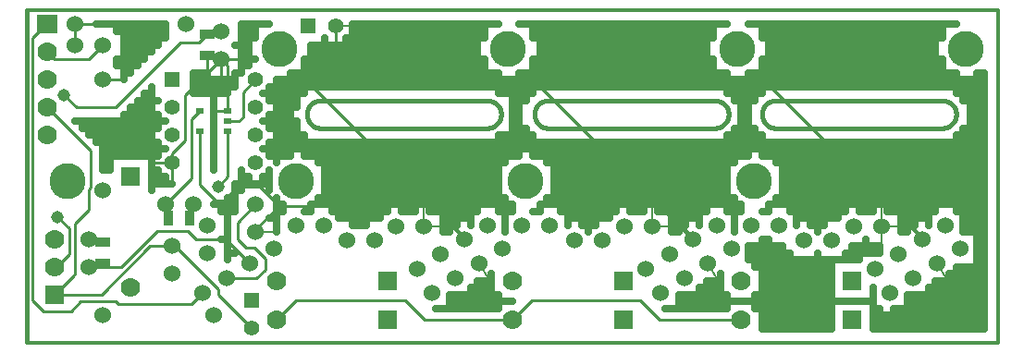
<source format=gbl>
G04 (created by PCBNEW-RS274X (20100406 SVN-R2508)-final) date 6/3/2010 10:00:34 PM*
G01*
G70*
G90*
%MOIN*%
G04 Gerber Fmt 3.4, Leading zero omitted, Abs format*
%FSLAX34Y34*%
G04 APERTURE LIST*
%ADD10C,0.006000*%
%ADD11C,0.012000*%
%ADD12C,0.015000*%
%ADD13C,0.070000*%
%ADD14R,0.070000X0.070000*%
%ADD15C,0.060000*%
%ADD16C,0.130000*%
%ADD17R,0.075000X0.070000*%
%ADD18R,0.030000X0.020000*%
%ADD19R,0.055000X0.035000*%
%ADD20R,0.035000X0.055000*%
%ADD21R,0.055000X0.055000*%
%ADD22C,0.055000*%
%ADD23C,0.045000*%
%ADD24C,0.010000*%
%ADD25C,0.008000*%
%ADD26C,0.025000*%
G04 APERTURE END LIST*
G54D10*
G54D11*
X56000Y-43250D02*
X21000Y-43250D01*
X56000Y-55250D02*
X56000Y-43250D01*
X21000Y-55250D02*
X56000Y-55250D01*
G54D12*
X54000Y-47500D02*
X54043Y-47498D01*
X54086Y-47492D01*
X54129Y-47482D01*
X54171Y-47469D01*
X54211Y-47453D01*
X54250Y-47433D01*
X54286Y-47409D01*
X54321Y-47383D01*
X54353Y-47353D01*
X54383Y-47321D01*
X54409Y-47286D01*
X54433Y-47249D01*
X54453Y-47211D01*
X54469Y-47171D01*
X54482Y-47129D01*
X54492Y-47086D01*
X54498Y-47043D01*
X54500Y-47000D01*
X21000Y-55200D02*
X21000Y-55000D01*
X54000Y-47500D02*
X48000Y-47500D01*
X31600Y-46500D02*
X31557Y-46502D01*
X31514Y-46508D01*
X31471Y-46518D01*
X31429Y-46531D01*
X31389Y-46547D01*
X31351Y-46567D01*
X31314Y-46591D01*
X31279Y-46617D01*
X31247Y-46647D01*
X31217Y-46679D01*
X31191Y-46714D01*
X31167Y-46751D01*
X31147Y-46789D01*
X31131Y-46829D01*
X31118Y-46871D01*
X31108Y-46914D01*
X31102Y-46957D01*
X31100Y-47000D01*
X31100Y-47000D02*
X31102Y-47043D01*
X31108Y-47086D01*
X31118Y-47129D01*
X31131Y-47171D01*
X31147Y-47211D01*
X31167Y-47249D01*
X31191Y-47286D01*
X31217Y-47321D01*
X31247Y-47353D01*
X31279Y-47383D01*
X31314Y-47409D01*
X31351Y-47433D01*
X31389Y-47453D01*
X31429Y-47469D01*
X31471Y-47482D01*
X31514Y-47492D01*
X31557Y-47498D01*
X31600Y-47500D01*
X37600Y-47500D02*
X37643Y-47498D01*
X37686Y-47492D01*
X37729Y-47482D01*
X37771Y-47469D01*
X37811Y-47453D01*
X37850Y-47433D01*
X37886Y-47409D01*
X37921Y-47383D01*
X37953Y-47353D01*
X37983Y-47321D01*
X38009Y-47286D01*
X38033Y-47249D01*
X38053Y-47211D01*
X38069Y-47171D01*
X38082Y-47129D01*
X38092Y-47086D01*
X38098Y-47043D01*
X38100Y-47000D01*
X38100Y-47000D02*
X38098Y-46957D01*
X38092Y-46914D01*
X38082Y-46871D01*
X38069Y-46829D01*
X38053Y-46789D01*
X38033Y-46751D01*
X38009Y-46714D01*
X37983Y-46679D01*
X37953Y-46647D01*
X37921Y-46617D01*
X37886Y-46591D01*
X37850Y-46567D01*
X37811Y-46547D01*
X37771Y-46531D01*
X37729Y-46518D01*
X37686Y-46508D01*
X37643Y-46502D01*
X37600Y-46500D01*
X39800Y-46500D02*
X39757Y-46502D01*
X39714Y-46508D01*
X39671Y-46518D01*
X39629Y-46531D01*
X39589Y-46547D01*
X39551Y-46567D01*
X39514Y-46591D01*
X39479Y-46617D01*
X39447Y-46647D01*
X39417Y-46679D01*
X39391Y-46714D01*
X39367Y-46751D01*
X39347Y-46789D01*
X39331Y-46829D01*
X39318Y-46871D01*
X39308Y-46914D01*
X39302Y-46957D01*
X39300Y-47000D01*
X39300Y-47000D02*
X39302Y-47043D01*
X39308Y-47086D01*
X39318Y-47129D01*
X39331Y-47171D01*
X39347Y-47211D01*
X39367Y-47249D01*
X39391Y-47286D01*
X39417Y-47321D01*
X39447Y-47353D01*
X39479Y-47383D01*
X39514Y-47409D01*
X39551Y-47433D01*
X39589Y-47453D01*
X39629Y-47469D01*
X39671Y-47482D01*
X39714Y-47492D01*
X39757Y-47498D01*
X39800Y-47500D01*
X45800Y-47500D02*
X45843Y-47498D01*
X45886Y-47492D01*
X45929Y-47482D01*
X45971Y-47469D01*
X46011Y-47453D01*
X46050Y-47433D01*
X46086Y-47409D01*
X46121Y-47383D01*
X46153Y-47353D01*
X46183Y-47321D01*
X46209Y-47286D01*
X46233Y-47249D01*
X46253Y-47211D01*
X46269Y-47171D01*
X46282Y-47129D01*
X46292Y-47086D01*
X46298Y-47043D01*
X46300Y-47000D01*
X46300Y-47000D02*
X46298Y-46957D01*
X46292Y-46914D01*
X46282Y-46871D01*
X46269Y-46829D01*
X46253Y-46789D01*
X46233Y-46751D01*
X46209Y-46714D01*
X46183Y-46679D01*
X46153Y-46647D01*
X46121Y-46617D01*
X46086Y-46591D01*
X46050Y-46567D01*
X46011Y-46547D01*
X45971Y-46531D01*
X45929Y-46518D01*
X45886Y-46508D01*
X45843Y-46502D01*
X45800Y-46500D01*
X48000Y-46500D02*
X47957Y-46502D01*
X47914Y-46508D01*
X47871Y-46518D01*
X47829Y-46531D01*
X47789Y-46547D01*
X47751Y-46567D01*
X47714Y-46591D01*
X47679Y-46617D01*
X47647Y-46647D01*
X47617Y-46679D01*
X47591Y-46714D01*
X47567Y-46751D01*
X47547Y-46789D01*
X47531Y-46829D01*
X47518Y-46871D01*
X47508Y-46914D01*
X47502Y-46957D01*
X47500Y-47000D01*
X47500Y-47000D02*
X47502Y-47043D01*
X47508Y-47086D01*
X47518Y-47129D01*
X47531Y-47171D01*
X47547Y-47211D01*
X47567Y-47249D01*
X47591Y-47286D01*
X47617Y-47321D01*
X47647Y-47353D01*
X47679Y-47383D01*
X47714Y-47409D01*
X47751Y-47433D01*
X47789Y-47453D01*
X47829Y-47469D01*
X47871Y-47482D01*
X47914Y-47492D01*
X47957Y-47498D01*
X48000Y-47500D01*
X54500Y-47000D02*
X54498Y-46957D01*
X54492Y-46914D01*
X54482Y-46871D01*
X54469Y-46829D01*
X54453Y-46789D01*
X54433Y-46751D01*
X54409Y-46714D01*
X54383Y-46679D01*
X54353Y-46647D01*
X54321Y-46617D01*
X54286Y-46591D01*
X54250Y-46567D01*
X54211Y-46547D01*
X54171Y-46531D01*
X54129Y-46518D01*
X54086Y-46508D01*
X54043Y-46502D01*
X54000Y-46500D01*
X31600Y-47500D02*
X37600Y-47500D01*
X37600Y-46500D02*
X31600Y-46500D01*
X39800Y-47500D02*
X45800Y-47500D01*
X45800Y-46500D02*
X39800Y-46500D01*
X54000Y-46500D02*
X48000Y-46500D01*
X21000Y-43250D02*
X21000Y-55000D01*
G54D13*
X24750Y-53250D03*
G54D14*
X24750Y-49250D03*
G54D13*
X46750Y-53000D03*
G54D14*
X50750Y-53000D03*
G54D13*
X46750Y-54400D03*
G54D14*
X50750Y-54400D03*
G54D13*
X38500Y-53000D03*
G54D14*
X42500Y-53000D03*
G54D13*
X38500Y-54400D03*
G54D14*
X42500Y-54400D03*
G54D13*
X30000Y-53000D03*
G54D14*
X34000Y-53000D03*
G54D13*
X30000Y-54400D03*
G54D14*
X34000Y-54400D03*
G54D15*
X23750Y-54250D03*
X27750Y-54250D03*
X23750Y-45750D03*
X23750Y-49750D03*
X22750Y-43750D03*
X26750Y-43750D03*
X37300Y-52375D03*
X36452Y-52905D03*
X35604Y-53435D03*
X38148Y-51845D03*
G54D16*
X38361Y-44637D03*
X30729Y-49407D03*
G54D15*
X45550Y-52375D03*
X44702Y-52905D03*
X43854Y-53435D03*
X46398Y-51845D03*
G54D16*
X46611Y-44637D03*
X38979Y-49407D03*
G54D15*
X53800Y-52375D03*
X52952Y-52905D03*
X52104Y-53435D03*
X54648Y-51845D03*
G54D16*
X54861Y-44637D03*
X47229Y-49407D03*
G54D15*
X29050Y-52375D03*
X28202Y-52905D03*
X27354Y-53435D03*
X29898Y-51845D03*
G54D16*
X30111Y-44637D03*
X22479Y-49407D03*
G54D15*
X53270Y-51527D03*
X52422Y-52057D03*
X51574Y-52587D03*
X54118Y-50997D03*
G54D16*
X54861Y-44637D03*
X47229Y-49407D03*
G54D15*
X45020Y-51527D03*
X44172Y-52057D03*
X43324Y-52587D03*
X45868Y-50997D03*
G54D16*
X46611Y-44637D03*
X38979Y-49407D03*
G54D15*
X36770Y-51527D03*
X35922Y-52057D03*
X35074Y-52587D03*
X37618Y-50997D03*
G54D16*
X38361Y-44637D03*
X30729Y-49407D03*
G54D15*
X29250Y-51250D03*
X29250Y-50250D03*
X51800Y-51050D03*
X50800Y-51050D03*
X32550Y-51550D03*
X33550Y-51550D03*
X39850Y-51000D03*
X38850Y-51000D03*
X31700Y-51000D03*
X30700Y-51000D03*
X40750Y-51550D03*
X41750Y-51550D03*
X43550Y-51050D03*
X42550Y-51050D03*
X35300Y-51050D03*
X34300Y-51050D03*
G54D17*
X21750Y-43750D03*
G54D13*
X21750Y-44750D03*
X21750Y-45740D03*
X21750Y-46760D03*
X21750Y-47750D03*
G54D18*
X28250Y-46875D03*
X28250Y-47625D03*
X27250Y-46875D03*
X28250Y-47250D03*
X27250Y-47625D03*
G54D15*
X48100Y-51000D03*
X47100Y-51000D03*
X26250Y-51750D03*
X26250Y-52750D03*
G54D19*
X23750Y-52375D03*
X23750Y-51625D03*
G54D15*
X23250Y-52500D03*
X23250Y-51500D03*
X23750Y-44500D03*
X22750Y-44500D03*
G54D20*
X26125Y-50750D03*
X26875Y-50750D03*
G54D15*
X26000Y-50250D03*
X27000Y-50250D03*
X26000Y-50250D03*
X27000Y-50250D03*
G54D19*
X27500Y-44125D03*
X27500Y-44875D03*
G54D15*
X28000Y-44000D03*
X28000Y-45000D03*
X28000Y-44000D03*
X28000Y-45000D03*
X27500Y-51000D03*
X27500Y-52000D03*
X49000Y-51550D03*
X50000Y-51550D03*
G54D21*
X26250Y-45750D03*
G54D22*
X26250Y-46750D03*
X26250Y-47750D03*
X26250Y-48750D03*
X29250Y-48750D03*
X29250Y-47750D03*
X29250Y-46750D03*
X29250Y-45750D03*
G54D13*
X22000Y-51500D03*
X22000Y-52500D03*
G54D14*
X22000Y-53500D03*
G54D21*
X31150Y-43800D03*
G54D22*
X32150Y-43800D03*
G54D21*
X29100Y-53700D03*
G54D22*
X29100Y-54700D03*
G54D23*
X22350Y-46300D03*
X22100Y-50700D03*
X27900Y-49600D03*
X29100Y-54700D03*
G54D24*
X27225Y-44400D02*
X27500Y-44125D01*
X26550Y-44400D02*
X27225Y-44400D01*
X22800Y-46750D02*
X24200Y-46750D01*
X22350Y-46300D02*
X22800Y-46750D01*
X28650Y-47250D02*
X28800Y-47100D01*
X28800Y-47100D02*
X28800Y-46200D01*
X28800Y-46200D02*
X29250Y-45750D01*
X28250Y-47250D02*
X28650Y-47250D01*
X24200Y-46750D02*
X26550Y-44400D01*
X39300Y-45800D02*
X32150Y-45800D01*
X28175Y-51500D02*
X29050Y-52375D01*
X31100Y-45800D02*
X30100Y-45800D01*
X32150Y-43800D02*
X32150Y-45800D01*
X53270Y-51527D02*
X53270Y-51470D01*
X53270Y-51470D02*
X47600Y-45800D01*
X45020Y-51527D02*
X45020Y-51520D01*
X45020Y-51520D02*
X39300Y-45800D01*
X47600Y-45800D02*
X39300Y-45800D01*
X36770Y-51527D02*
X36770Y-51470D01*
X22070Y-52500D02*
X22530Y-52040D01*
X27250Y-47625D02*
X27250Y-49550D01*
X29400Y-49600D02*
X30100Y-50300D01*
X28600Y-49600D02*
X29400Y-49600D01*
X28100Y-50100D02*
X28600Y-49600D01*
X27800Y-50100D02*
X28100Y-50100D01*
X36770Y-51470D02*
X31100Y-45800D01*
X27250Y-49550D02*
X27800Y-50100D01*
X27100Y-51500D02*
X28175Y-51500D01*
X26800Y-51200D02*
X27100Y-51500D01*
X25700Y-51200D02*
X26800Y-51200D01*
X24400Y-52500D02*
X25700Y-51200D01*
X29250Y-51250D02*
X29250Y-51150D01*
X31300Y-50300D02*
X33400Y-48200D01*
X30100Y-50300D02*
X31300Y-50300D01*
X29250Y-51150D02*
X30100Y-50300D01*
X22000Y-52500D02*
X22070Y-52500D01*
X22530Y-51130D02*
X22100Y-50700D01*
X22530Y-52040D02*
X22530Y-51130D01*
X23250Y-52500D02*
X24400Y-52500D01*
X32150Y-45800D02*
X31100Y-45800D01*
X28250Y-46875D02*
X28250Y-45250D01*
X28250Y-45250D02*
X28000Y-45000D01*
X29250Y-50250D02*
X28600Y-50900D01*
X29295Y-52905D02*
X28202Y-52905D01*
X29600Y-52600D02*
X29295Y-52905D01*
X29600Y-52200D02*
X29600Y-52600D01*
X29200Y-51800D02*
X29600Y-52200D01*
X28900Y-51800D02*
X29200Y-51800D01*
X28600Y-51500D02*
X28900Y-51800D01*
X28600Y-50900D02*
X28600Y-51500D01*
X28000Y-45000D02*
X26800Y-46200D01*
X26700Y-47950D02*
X26250Y-48400D01*
X26700Y-46300D02*
X26700Y-47950D01*
X26800Y-46200D02*
X26700Y-46300D01*
X26250Y-48400D02*
X26250Y-48750D01*
X21700Y-43750D02*
X21300Y-44150D01*
X21750Y-43750D02*
X21700Y-43750D01*
X21200Y-53700D02*
X21300Y-53800D01*
X21200Y-44250D02*
X21200Y-53700D01*
X21300Y-44150D02*
X21200Y-44250D01*
X21300Y-53800D02*
X21600Y-54100D01*
X22600Y-54100D02*
X22950Y-53750D01*
X22950Y-53750D02*
X24200Y-53750D01*
X24200Y-53750D02*
X24300Y-53850D01*
X24300Y-53850D02*
X26939Y-53850D01*
X26939Y-53850D02*
X27354Y-53435D01*
X21600Y-54100D02*
X22600Y-54100D01*
X26950Y-47920D02*
X26950Y-47925D01*
X26000Y-50250D02*
X26950Y-49300D01*
X26950Y-47920D02*
X26940Y-47910D01*
X26940Y-47185D02*
X27250Y-46875D01*
X26940Y-47910D02*
X26940Y-47185D01*
X26950Y-49300D02*
X26950Y-47920D01*
X28250Y-47625D02*
X28250Y-49250D01*
X28250Y-49250D02*
X27900Y-49600D01*
X30700Y-53700D02*
X30000Y-54400D01*
X34650Y-53700D02*
X30700Y-53700D01*
X35350Y-54400D02*
X34650Y-53700D01*
X38500Y-54400D02*
X35350Y-54400D01*
X43800Y-54400D02*
X43100Y-53700D01*
X43100Y-53700D02*
X39200Y-53700D01*
X39200Y-53700D02*
X38500Y-54400D01*
X46750Y-54400D02*
X43800Y-54400D01*
X21750Y-44750D02*
X22000Y-45000D01*
X23250Y-45000D02*
X23750Y-44500D01*
X22000Y-45000D02*
X23250Y-45000D01*
X21750Y-46750D02*
X23300Y-48300D01*
X25450Y-51750D02*
X26250Y-51750D01*
X23700Y-53500D02*
X25450Y-51750D01*
X22000Y-53500D02*
X23700Y-53500D01*
X23250Y-49700D02*
X23250Y-50450D01*
X22750Y-50950D02*
X23250Y-50450D01*
X22700Y-52800D02*
X22750Y-52750D01*
X23300Y-48300D02*
X23300Y-49650D01*
X23300Y-49650D02*
X23250Y-49700D01*
X22700Y-52800D02*
X22000Y-53500D01*
X27900Y-53500D02*
X27900Y-53300D01*
X27900Y-53300D02*
X26350Y-51750D01*
X26350Y-51750D02*
X26250Y-51750D01*
X29100Y-54700D02*
X27900Y-53500D01*
X22750Y-52750D02*
X22750Y-50950D01*
G54D25*
X32150Y-43800D02*
X32825Y-43800D01*
X32150Y-43800D02*
X32150Y-44475D01*
X35300Y-51050D02*
X35300Y-50350D01*
X35300Y-51050D02*
X36000Y-51050D01*
X43550Y-51050D02*
X43550Y-50350D01*
X43550Y-51050D02*
X44250Y-51050D01*
X51800Y-51050D02*
X51800Y-50350D01*
X51800Y-51050D02*
X52500Y-51050D01*
X51800Y-51050D02*
X51800Y-51750D01*
X29250Y-51250D02*
X29950Y-51250D01*
X36770Y-51527D02*
X36399Y-50933D01*
X45020Y-51527D02*
X44649Y-50933D01*
X53270Y-51527D02*
X52899Y-50933D01*
X53800Y-52375D02*
X54171Y-52969D01*
X45550Y-52375D02*
X45921Y-52969D01*
X37300Y-52375D02*
X37671Y-52969D01*
G54D26*
X55500Y-45500D02*
X55500Y-54750D01*
X55250Y-45500D02*
X55250Y-54750D01*
X55000Y-52500D02*
X55000Y-54750D01*
X55000Y-45750D02*
X55000Y-51250D01*
X54750Y-52500D02*
X54750Y-54750D01*
X54750Y-47500D02*
X54750Y-51250D01*
X54750Y-45750D02*
X54750Y-46500D01*
X54500Y-52500D02*
X54500Y-54750D01*
X54500Y-47750D02*
X54500Y-50500D01*
X54500Y-45500D02*
X54500Y-46250D01*
X54250Y-52750D02*
X54250Y-54750D01*
X54250Y-48000D02*
X54250Y-50250D01*
X54250Y-45500D02*
X54250Y-46000D01*
X54000Y-53000D02*
X54000Y-54750D01*
X54000Y-48000D02*
X54000Y-50250D01*
X54000Y-45000D02*
X54000Y-46000D01*
X54000Y-43750D02*
X54000Y-44250D01*
X53750Y-53000D02*
X53750Y-54750D01*
X53750Y-48000D02*
X53750Y-50500D01*
X53750Y-43750D02*
X53750Y-46000D01*
X53500Y-53250D02*
X53500Y-54750D01*
X53500Y-48000D02*
X53500Y-51000D01*
X53500Y-43750D02*
X53500Y-46000D01*
X53250Y-53500D02*
X53250Y-54750D01*
X53250Y-48000D02*
X53250Y-50750D01*
X53250Y-43750D02*
X53250Y-46000D01*
X53000Y-53500D02*
X53000Y-54750D01*
X53000Y-48000D02*
X53000Y-51000D01*
X53000Y-43750D02*
X53000Y-46000D01*
X52750Y-53500D02*
X52750Y-54750D01*
X52750Y-48000D02*
X52750Y-51250D01*
X52750Y-43750D02*
X52750Y-46000D01*
X52500Y-54000D02*
X52500Y-54750D01*
X52500Y-48000D02*
X52500Y-51250D01*
X52500Y-43750D02*
X52500Y-46000D01*
X52250Y-54000D02*
X52250Y-54750D01*
X52250Y-48000D02*
X52250Y-50500D01*
X52250Y-43750D02*
X52250Y-46000D01*
X52000Y-54250D02*
X52000Y-54750D01*
X52000Y-48000D02*
X52000Y-50500D01*
X52000Y-43750D02*
X52000Y-46000D01*
X51750Y-54000D02*
X51750Y-54750D01*
X51750Y-51750D02*
X51750Y-52000D01*
X51750Y-48000D02*
X51750Y-50250D01*
X51750Y-43750D02*
X51750Y-46000D01*
X51500Y-53250D02*
X51500Y-54750D01*
X51500Y-51750D02*
X51500Y-52000D01*
X51500Y-48000D02*
X51500Y-50500D01*
X51500Y-43750D02*
X51500Y-46000D01*
X51250Y-51500D02*
X51250Y-52000D01*
X51250Y-48000D02*
X51250Y-50500D01*
X51250Y-43750D02*
X51250Y-46000D01*
X51000Y-51750D02*
X51000Y-52250D01*
X51000Y-48000D02*
X51000Y-50500D01*
X51000Y-43750D02*
X51000Y-46000D01*
X50750Y-51750D02*
X50750Y-52250D01*
X50750Y-48000D02*
X50750Y-50250D01*
X50750Y-43750D02*
X50750Y-46000D01*
X50500Y-52000D02*
X50500Y-52250D01*
X50500Y-48000D02*
X50500Y-50500D01*
X50500Y-43750D02*
X50500Y-46000D01*
X50250Y-48000D02*
X50250Y-50750D01*
X50250Y-43750D02*
X50250Y-46000D01*
X50000Y-52250D02*
X50000Y-54750D01*
X50000Y-48000D02*
X50000Y-50750D01*
X50000Y-43750D02*
X50000Y-46000D01*
X49750Y-52250D02*
X49750Y-54750D01*
X49750Y-48000D02*
X49750Y-51000D01*
X49750Y-43750D02*
X49750Y-46000D01*
X49500Y-52000D02*
X49500Y-54750D01*
X49500Y-48000D02*
X49500Y-51250D01*
X49500Y-43750D02*
X49500Y-46000D01*
X49250Y-52250D02*
X49250Y-54750D01*
X49250Y-48000D02*
X49250Y-51000D01*
X49250Y-43750D02*
X49250Y-46000D01*
X49000Y-52250D02*
X49000Y-54750D01*
X49000Y-48000D02*
X49000Y-50750D01*
X49000Y-43750D02*
X49000Y-46000D01*
X48750Y-52250D02*
X48750Y-54750D01*
X48750Y-48000D02*
X48750Y-51000D01*
X48750Y-43750D02*
X48750Y-46000D01*
X48500Y-52000D02*
X48500Y-54750D01*
X48500Y-48000D02*
X48500Y-50500D01*
X48500Y-43750D02*
X48500Y-46000D01*
X48250Y-51750D02*
X48250Y-54750D01*
X48250Y-48000D02*
X48250Y-50250D01*
X48250Y-43750D02*
X48250Y-46000D01*
X48000Y-51750D02*
X48000Y-54750D01*
X48000Y-50000D02*
X48000Y-50250D01*
X48000Y-48000D02*
X48000Y-48750D01*
X48000Y-43750D02*
X48000Y-46000D01*
X47750Y-51500D02*
X47750Y-54750D01*
X47750Y-50250D02*
X47750Y-50500D01*
X47750Y-48000D02*
X47750Y-48500D01*
X47750Y-43750D02*
X47750Y-46000D01*
X47500Y-51500D02*
X47500Y-54750D01*
X47500Y-47750D02*
X47500Y-48500D01*
X47500Y-45000D02*
X47500Y-46250D01*
X47500Y-43750D02*
X47500Y-44250D01*
X47250Y-53500D02*
X47250Y-54000D01*
X47250Y-51750D02*
X47250Y-52500D01*
X47250Y-47500D02*
X47250Y-48250D01*
X47250Y-45500D02*
X47250Y-46500D01*
X47000Y-51750D02*
X47000Y-52250D01*
X47000Y-45500D02*
X47000Y-48500D01*
X46750Y-50250D02*
X46750Y-50500D01*
X46750Y-45750D02*
X46750Y-48500D01*
X46500Y-50000D02*
X46500Y-51250D01*
X46500Y-47500D02*
X46500Y-48750D01*
X46500Y-45750D02*
X46500Y-46500D01*
X46250Y-53500D02*
X46250Y-54000D01*
X46250Y-47750D02*
X46250Y-50500D01*
X46250Y-45500D02*
X46250Y-46250D01*
X46000Y-52750D02*
X46000Y-54000D01*
X46000Y-48000D02*
X46000Y-50250D01*
X46000Y-45500D02*
X46000Y-46000D01*
X45750Y-53000D02*
X45750Y-54000D01*
X45750Y-48000D02*
X45750Y-50250D01*
X45750Y-45000D02*
X45750Y-46000D01*
X45750Y-43750D02*
X45750Y-44250D01*
X45500Y-53000D02*
X45500Y-54000D01*
X45500Y-48000D02*
X45500Y-50500D01*
X45500Y-43750D02*
X45500Y-46000D01*
X45250Y-53250D02*
X45250Y-54000D01*
X45250Y-48000D02*
X45250Y-51000D01*
X45250Y-43750D02*
X45250Y-46000D01*
X45000Y-53500D02*
X45000Y-54000D01*
X45000Y-48000D02*
X45000Y-50750D01*
X45000Y-43750D02*
X45000Y-46000D01*
X44750Y-53500D02*
X44750Y-54000D01*
X44750Y-48000D02*
X44750Y-51000D01*
X44750Y-43750D02*
X44750Y-46000D01*
X44500Y-53500D02*
X44500Y-54000D01*
X44500Y-48000D02*
X44500Y-51250D01*
X44500Y-43750D02*
X44500Y-46000D01*
X44250Y-48000D02*
X44250Y-51250D01*
X44250Y-43750D02*
X44250Y-46000D01*
X44000Y-48000D02*
X44000Y-50500D01*
X44000Y-43750D02*
X44000Y-46000D01*
X43750Y-48000D02*
X43750Y-50500D01*
X43750Y-43750D02*
X43750Y-46000D01*
X43500Y-48000D02*
X43500Y-50250D01*
X43500Y-43750D02*
X43500Y-46000D01*
X43250Y-48000D02*
X43250Y-50500D01*
X43250Y-43750D02*
X43250Y-46000D01*
X43000Y-48000D02*
X43000Y-50500D01*
X43000Y-43750D02*
X43000Y-46000D01*
X42750Y-48000D02*
X42750Y-50500D01*
X42750Y-43750D02*
X42750Y-46000D01*
X42500Y-48000D02*
X42500Y-50250D01*
X42500Y-43750D02*
X42500Y-46000D01*
X42250Y-48000D02*
X42250Y-50500D01*
X42250Y-43750D02*
X42250Y-46000D01*
X42000Y-48000D02*
X42000Y-50750D01*
X42000Y-43750D02*
X42000Y-46000D01*
X41750Y-48000D02*
X41750Y-50750D01*
X41750Y-43750D02*
X41750Y-46000D01*
X41500Y-48000D02*
X41500Y-51000D01*
X41500Y-43750D02*
X41500Y-46000D01*
X41250Y-48000D02*
X41250Y-51250D01*
X41250Y-43750D02*
X41250Y-46000D01*
X41000Y-48000D02*
X41000Y-51000D01*
X41000Y-43750D02*
X41000Y-46000D01*
X40750Y-48000D02*
X40750Y-50750D01*
X40750Y-43750D02*
X40750Y-46000D01*
X40500Y-48000D02*
X40500Y-51000D01*
X40500Y-43750D02*
X40500Y-46000D01*
X40250Y-48000D02*
X40250Y-50500D01*
X40250Y-43750D02*
X40250Y-46000D01*
X40000Y-48000D02*
X40000Y-50250D01*
X40000Y-43750D02*
X40000Y-46000D01*
X39750Y-50000D02*
X39750Y-50250D01*
X39750Y-48000D02*
X39750Y-48750D01*
X39750Y-43750D02*
X39750Y-46000D01*
X39500Y-50250D02*
X39500Y-50500D01*
X39500Y-48000D02*
X39500Y-48500D01*
X39500Y-43750D02*
X39500Y-46000D01*
X39250Y-47750D02*
X39250Y-48500D01*
X39250Y-45000D02*
X39250Y-46250D01*
X39250Y-43750D02*
X39250Y-44250D01*
X39000Y-47500D02*
X39000Y-48250D01*
X39000Y-45500D02*
X39000Y-46500D01*
X38750Y-45500D02*
X38750Y-48500D01*
X38500Y-50250D02*
X38500Y-50500D01*
X38500Y-45750D02*
X38500Y-48500D01*
X38250Y-50000D02*
X38250Y-51250D01*
X38250Y-47750D02*
X38250Y-48750D01*
X38250Y-45750D02*
X38250Y-46250D01*
X38000Y-53500D02*
X38000Y-54000D01*
X38000Y-47750D02*
X38000Y-50500D01*
X38000Y-45500D02*
X38000Y-46250D01*
X37750Y-52750D02*
X37750Y-54000D01*
X37750Y-48000D02*
X37750Y-50250D01*
X37750Y-45500D02*
X37750Y-46000D01*
X37500Y-53000D02*
X37500Y-54000D01*
X37500Y-48000D02*
X37500Y-50250D01*
X37500Y-45000D02*
X37500Y-46000D01*
X37500Y-43750D02*
X37500Y-44250D01*
X37250Y-53000D02*
X37250Y-54000D01*
X37250Y-48000D02*
X37250Y-50500D01*
X37250Y-43750D02*
X37250Y-46000D01*
X37000Y-53250D02*
X37000Y-54000D01*
X37000Y-48000D02*
X37000Y-51000D01*
X37000Y-43750D02*
X37000Y-46000D01*
X36750Y-53500D02*
X36750Y-54000D01*
X36750Y-48000D02*
X36750Y-50750D01*
X36750Y-43750D02*
X36750Y-46000D01*
X36500Y-53500D02*
X36500Y-54000D01*
X36500Y-48000D02*
X36500Y-51000D01*
X36500Y-43750D02*
X36500Y-46000D01*
X36250Y-53500D02*
X36250Y-54000D01*
X36250Y-48000D02*
X36250Y-51250D01*
X36250Y-43750D02*
X36250Y-46000D01*
X36000Y-48000D02*
X36000Y-51250D01*
X36000Y-43750D02*
X36000Y-46000D01*
X35750Y-48000D02*
X35750Y-50500D01*
X35750Y-43750D02*
X35750Y-46000D01*
X35500Y-48000D02*
X35500Y-50500D01*
X35500Y-43750D02*
X35500Y-46000D01*
X35250Y-48000D02*
X35250Y-50250D01*
X35250Y-43750D02*
X35250Y-46000D01*
X35000Y-48000D02*
X35000Y-50500D01*
X35000Y-43750D02*
X35000Y-46000D01*
X34750Y-48000D02*
X34750Y-50500D01*
X34750Y-43750D02*
X34750Y-46000D01*
X34500Y-48000D02*
X34500Y-50500D01*
X34500Y-43750D02*
X34500Y-46000D01*
X34250Y-48000D02*
X34250Y-50250D01*
X34250Y-43750D02*
X34250Y-46000D01*
X34000Y-48000D02*
X34000Y-50500D01*
X34000Y-43750D02*
X34000Y-46000D01*
X33750Y-48000D02*
X33750Y-50750D01*
X33750Y-43750D02*
X33750Y-46000D01*
X33500Y-48000D02*
X33500Y-50750D01*
X33500Y-43750D02*
X33500Y-46000D01*
X33250Y-48000D02*
X33250Y-51000D01*
X33250Y-43750D02*
X33250Y-46000D01*
X33000Y-48000D02*
X33000Y-51000D01*
X33000Y-43750D02*
X33000Y-46000D01*
X32750Y-48000D02*
X32750Y-51000D01*
X32750Y-43750D02*
X32750Y-46000D01*
X32500Y-48000D02*
X32500Y-50750D01*
X32500Y-44250D02*
X32500Y-46000D01*
X32250Y-48000D02*
X32250Y-50750D01*
X32250Y-44500D02*
X32250Y-46000D01*
X32000Y-48000D02*
X32000Y-50500D01*
X32000Y-44500D02*
X32000Y-46000D01*
X31750Y-48000D02*
X31750Y-50250D01*
X31750Y-44250D02*
X31750Y-46000D01*
X31500Y-50000D02*
X31500Y-50250D01*
X31500Y-48000D02*
X31500Y-48750D01*
X31500Y-44500D02*
X31500Y-46000D01*
X31250Y-50250D02*
X31250Y-50500D01*
X31250Y-48000D02*
X31250Y-48500D01*
X31250Y-44500D02*
X31250Y-46000D01*
X31000Y-47750D02*
X31000Y-48500D01*
X31000Y-45000D02*
X31000Y-46250D01*
X30750Y-47250D02*
X30750Y-48250D01*
X30750Y-45500D02*
X30750Y-46750D01*
X30500Y-45500D02*
X30500Y-48500D01*
X30250Y-50250D02*
X30250Y-50500D01*
X30250Y-45750D02*
X30250Y-48500D01*
X30000Y-50000D02*
X30000Y-51250D01*
X30000Y-45750D02*
X30000Y-48750D01*
X29750Y-49000D02*
X29750Y-49750D01*
X29750Y-48000D02*
X29750Y-48500D01*
X29750Y-47000D02*
X29750Y-47500D01*
X29750Y-46000D02*
X29750Y-46500D01*
X29500Y-49250D02*
X29500Y-49500D01*
X29000Y-49250D02*
X29000Y-49500D01*
X28750Y-49000D02*
X28750Y-49750D01*
X28500Y-49500D02*
X28500Y-50500D01*
X28250Y-50000D02*
X28250Y-52250D01*
X28000Y-50250D02*
X28000Y-50500D01*
X51500Y-54750D02*
X55500Y-54750D01*
X47500Y-54750D02*
X50000Y-54750D01*
X51500Y-54500D02*
X55500Y-54500D01*
X47500Y-54500D02*
X50000Y-54500D01*
X51500Y-54250D02*
X55500Y-54250D01*
X47500Y-54250D02*
X50000Y-54250D01*
X52250Y-54000D02*
X55500Y-54000D01*
X51500Y-54000D02*
X51750Y-54000D01*
X47250Y-54000D02*
X50000Y-54000D01*
X44000Y-54000D02*
X46250Y-54000D01*
X35750Y-54000D02*
X38000Y-54000D01*
X52750Y-53750D02*
X55500Y-53750D01*
X44500Y-53750D02*
X51500Y-53750D01*
X36250Y-53750D02*
X38500Y-53750D01*
X52750Y-53500D02*
X55500Y-53500D01*
X47250Y-53500D02*
X50000Y-53500D01*
X44500Y-53500D02*
X46250Y-53500D01*
X36250Y-53500D02*
X38000Y-53500D01*
X53500Y-53250D02*
X55500Y-53250D01*
X47500Y-53250D02*
X50000Y-53250D01*
X45250Y-53250D02*
X46000Y-53250D01*
X37000Y-53250D02*
X37750Y-53250D01*
X53750Y-53000D02*
X55500Y-53000D01*
X47500Y-53000D02*
X50000Y-53000D01*
X45500Y-53000D02*
X46000Y-53000D01*
X37250Y-53000D02*
X37750Y-53000D01*
X54250Y-52750D02*
X55500Y-52750D01*
X47500Y-52750D02*
X50000Y-52750D01*
X54500Y-52500D02*
X55500Y-52500D01*
X47250Y-52500D02*
X50000Y-52500D01*
X55250Y-52250D02*
X55500Y-52250D01*
X47000Y-52250D02*
X51000Y-52250D01*
X55250Y-52000D02*
X55500Y-52000D01*
X50500Y-52000D02*
X51750Y-52000D01*
X47000Y-52000D02*
X48500Y-52000D01*
X28250Y-52000D02*
X28500Y-52000D01*
X55250Y-51750D02*
X55500Y-51750D01*
X50750Y-51750D02*
X51750Y-51750D01*
X47000Y-51750D02*
X48250Y-51750D01*
X55250Y-51500D02*
X55500Y-51500D01*
X47500Y-51500D02*
X47750Y-51500D01*
X28000Y-51500D02*
X28250Y-51500D01*
X54750Y-51250D02*
X55500Y-51250D01*
X52500Y-51250D02*
X52750Y-51250D01*
X44250Y-51250D02*
X44500Y-51250D01*
X36000Y-51250D02*
X36250Y-51250D01*
X54750Y-51000D02*
X55500Y-51000D01*
X52500Y-51000D02*
X53000Y-51000D01*
X49250Y-51000D02*
X49750Y-51000D01*
X44250Y-51000D02*
X44750Y-51000D01*
X41000Y-51000D02*
X41500Y-51000D01*
X36000Y-51000D02*
X36500Y-51000D01*
X32750Y-51000D02*
X33250Y-51000D01*
X54750Y-50750D02*
X55500Y-50750D01*
X52500Y-50750D02*
X53500Y-50750D01*
X48750Y-50750D02*
X50250Y-50750D01*
X44250Y-50750D02*
X45250Y-50750D01*
X40500Y-50750D02*
X42000Y-50750D01*
X36000Y-50750D02*
X37000Y-50750D01*
X32250Y-50750D02*
X33750Y-50750D01*
X29750Y-50750D02*
X30000Y-50750D01*
X54500Y-50500D02*
X55500Y-50500D01*
X52000Y-50500D02*
X53750Y-50500D01*
X51000Y-50500D02*
X51500Y-50500D01*
X48500Y-50500D02*
X50500Y-50500D01*
X47500Y-50500D02*
X47750Y-50500D01*
X46250Y-50500D02*
X46750Y-50500D01*
X43750Y-50500D02*
X45500Y-50500D01*
X42750Y-50500D02*
X43250Y-50500D01*
X40250Y-50500D02*
X42250Y-50500D01*
X39250Y-50500D02*
X39500Y-50500D01*
X38000Y-50500D02*
X38500Y-50500D01*
X35500Y-50500D02*
X37250Y-50500D01*
X34500Y-50500D02*
X35000Y-50500D01*
X32000Y-50500D02*
X34000Y-50500D01*
X31000Y-50500D02*
X31250Y-50500D01*
X30000Y-50500D02*
X30250Y-50500D01*
X28000Y-50500D02*
X28500Y-50500D01*
X47750Y-50250D02*
X55500Y-50250D01*
X39500Y-50250D02*
X46750Y-50250D01*
X31250Y-50250D02*
X38500Y-50250D01*
X30000Y-50250D02*
X30250Y-50250D01*
X27750Y-50250D02*
X28500Y-50250D01*
X48000Y-50000D02*
X55500Y-50000D01*
X39750Y-50000D02*
X46500Y-50000D01*
X31500Y-50000D02*
X38250Y-50000D01*
X28250Y-50000D02*
X28500Y-50000D01*
X48250Y-49750D02*
X55500Y-49750D01*
X40000Y-49750D02*
X46250Y-49750D01*
X31750Y-49750D02*
X38000Y-49750D01*
X28500Y-49750D02*
X28750Y-49750D01*
X48250Y-49500D02*
X55500Y-49500D01*
X40000Y-49500D02*
X46250Y-49500D01*
X31750Y-49500D02*
X38000Y-49500D01*
X28500Y-49500D02*
X29750Y-49500D01*
X48250Y-49250D02*
X55500Y-49250D01*
X40000Y-49250D02*
X46250Y-49250D01*
X31750Y-49250D02*
X38000Y-49250D01*
X29500Y-49250D02*
X29750Y-49250D01*
X28750Y-49250D02*
X29000Y-49250D01*
X48250Y-49000D02*
X55500Y-49000D01*
X40000Y-49000D02*
X46250Y-49000D01*
X31750Y-49000D02*
X38000Y-49000D01*
X48000Y-48750D02*
X55500Y-48750D01*
X39750Y-48750D02*
X46500Y-48750D01*
X31500Y-48750D02*
X38250Y-48750D01*
X47500Y-48500D02*
X55500Y-48500D01*
X39250Y-48500D02*
X47000Y-48500D01*
X31000Y-48500D02*
X38750Y-48500D01*
X29750Y-48500D02*
X30500Y-48500D01*
X29500Y-48250D02*
X55500Y-48250D01*
X29750Y-48000D02*
X55500Y-48000D01*
X54500Y-47750D02*
X55500Y-47750D01*
X46250Y-47750D02*
X47500Y-47750D01*
X38000Y-47750D02*
X39250Y-47750D01*
X30000Y-47750D02*
X31000Y-47750D01*
X54750Y-47500D02*
X55500Y-47500D01*
X46500Y-47500D02*
X47250Y-47500D01*
X38500Y-47500D02*
X39000Y-47500D01*
X29750Y-47500D02*
X30750Y-47500D01*
X55000Y-47250D02*
X55500Y-47250D01*
X46750Y-47250D02*
X47000Y-47250D01*
X38500Y-47250D02*
X38750Y-47250D01*
X29500Y-47250D02*
X30750Y-47250D01*
X55000Y-47000D02*
X55500Y-47000D01*
X46750Y-47000D02*
X47000Y-47000D01*
X38500Y-47000D02*
X38750Y-47000D01*
X29750Y-47000D02*
X30500Y-47000D01*
X55000Y-46750D02*
X55500Y-46750D01*
X46750Y-46750D02*
X47000Y-46750D01*
X38500Y-46750D02*
X38750Y-46750D01*
X30000Y-46750D02*
X30750Y-46750D01*
X54750Y-46500D02*
X55500Y-46500D01*
X46500Y-46500D02*
X47250Y-46500D01*
X38500Y-46500D02*
X39000Y-46500D01*
X29750Y-46500D02*
X30750Y-46500D01*
X54500Y-46250D02*
X55500Y-46250D01*
X46250Y-46250D02*
X47500Y-46250D01*
X38000Y-46250D02*
X39250Y-46250D01*
X29500Y-46250D02*
X31000Y-46250D01*
X29750Y-46000D02*
X55500Y-46000D01*
X30000Y-45750D02*
X55500Y-45750D01*
X55250Y-45500D02*
X55500Y-45500D01*
X47000Y-45500D02*
X54500Y-45500D01*
X38750Y-45500D02*
X46250Y-45500D01*
X30500Y-45500D02*
X38000Y-45500D01*
X47500Y-45250D02*
X54000Y-45250D01*
X39250Y-45250D02*
X45750Y-45250D01*
X31000Y-45250D02*
X37500Y-45250D01*
X47500Y-45000D02*
X54000Y-45000D01*
X39250Y-45000D02*
X45750Y-45000D01*
X31000Y-45000D02*
X37500Y-45000D01*
X47750Y-44750D02*
X53750Y-44750D01*
X39500Y-44750D02*
X45500Y-44750D01*
X31250Y-44750D02*
X37250Y-44750D01*
X47750Y-44500D02*
X53750Y-44500D01*
X39500Y-44500D02*
X45500Y-44500D01*
X31250Y-44500D02*
X37250Y-44500D01*
X47500Y-44250D02*
X54000Y-44250D01*
X39250Y-44250D02*
X45750Y-44250D01*
X32500Y-44250D02*
X37500Y-44250D01*
X47500Y-44000D02*
X54000Y-44000D01*
X39250Y-44000D02*
X45750Y-44000D01*
X32750Y-44000D02*
X37500Y-44000D01*
X47000Y-43750D02*
X54500Y-43750D01*
X38750Y-43750D02*
X46250Y-43750D01*
X32750Y-43750D02*
X38000Y-43750D01*
G54D25*
X32150Y-43800D02*
X32825Y-43800D01*
X32150Y-43800D02*
X32150Y-44475D01*
X35300Y-51050D02*
X35300Y-50350D01*
X35300Y-51050D02*
X36000Y-51050D01*
X43550Y-51050D02*
X43550Y-50350D01*
X43550Y-51050D02*
X44250Y-51050D01*
X51800Y-51050D02*
X51800Y-50350D01*
X51800Y-51050D02*
X52500Y-51050D01*
X51800Y-51050D02*
X51800Y-51750D01*
X29250Y-51250D02*
X29950Y-51250D01*
X36770Y-51527D02*
X36399Y-50933D01*
X45020Y-51527D02*
X44649Y-50933D01*
X53270Y-51527D02*
X52899Y-50933D01*
X53800Y-52375D02*
X54171Y-52969D01*
X45550Y-52375D02*
X45921Y-52969D01*
G54D26*
X55500Y-45500D02*
X55500Y-54750D01*
X55250Y-45500D02*
X55250Y-54750D01*
X55000Y-52500D02*
X55000Y-54750D01*
X55000Y-45750D02*
X55000Y-51250D01*
X54750Y-52500D02*
X54750Y-54750D01*
X54750Y-47500D02*
X54750Y-51250D01*
X54750Y-45750D02*
X54750Y-46500D01*
X54500Y-52500D02*
X54500Y-54750D01*
X54500Y-47750D02*
X54500Y-50500D01*
X54500Y-45500D02*
X54500Y-46250D01*
X54250Y-52750D02*
X54250Y-54750D01*
X54250Y-48000D02*
X54250Y-50250D01*
X54250Y-45500D02*
X54250Y-46000D01*
X54000Y-53000D02*
X54000Y-54750D01*
X54000Y-48000D02*
X54000Y-50250D01*
X54000Y-45000D02*
X54000Y-46000D01*
X54000Y-43750D02*
X54000Y-44250D01*
X53750Y-53000D02*
X53750Y-54750D01*
X53750Y-48000D02*
X53750Y-50500D01*
X53750Y-43750D02*
X53750Y-46000D01*
X53500Y-53250D02*
X53500Y-54750D01*
X53500Y-48000D02*
X53500Y-51000D01*
X53500Y-43750D02*
X53500Y-46000D01*
X53250Y-53500D02*
X53250Y-54750D01*
X53250Y-48000D02*
X53250Y-50750D01*
X53250Y-43750D02*
X53250Y-46000D01*
X53000Y-53500D02*
X53000Y-54750D01*
X53000Y-48000D02*
X53000Y-51000D01*
X53000Y-43750D02*
X53000Y-46000D01*
X52750Y-53500D02*
X52750Y-54750D01*
X52750Y-48000D02*
X52750Y-51250D01*
X52750Y-43750D02*
X52750Y-46000D01*
X52500Y-54000D02*
X52500Y-54750D01*
X52500Y-48000D02*
X52500Y-51250D01*
X52500Y-43750D02*
X52500Y-46000D01*
X52250Y-54000D02*
X52250Y-54750D01*
X52250Y-48000D02*
X52250Y-50500D01*
X52250Y-43750D02*
X52250Y-46000D01*
X52000Y-54250D02*
X52000Y-54750D01*
X52000Y-48000D02*
X52000Y-50500D01*
X52000Y-43750D02*
X52000Y-46000D01*
X51750Y-54000D02*
X51750Y-54750D01*
X51750Y-51750D02*
X51750Y-52000D01*
X51750Y-48000D02*
X51750Y-50250D01*
X51750Y-43750D02*
X51750Y-46000D01*
X51500Y-53250D02*
X51500Y-54750D01*
X51500Y-51750D02*
X51500Y-52000D01*
X51500Y-48000D02*
X51500Y-50500D01*
X51500Y-43750D02*
X51500Y-46000D01*
X51250Y-51500D02*
X51250Y-52000D01*
X51250Y-48000D02*
X51250Y-50500D01*
X51250Y-43750D02*
X51250Y-46000D01*
X51000Y-51750D02*
X51000Y-52250D01*
X51000Y-48000D02*
X51000Y-50500D01*
X51000Y-43750D02*
X51000Y-46000D01*
X50750Y-51750D02*
X50750Y-52250D01*
X50750Y-48000D02*
X50750Y-50250D01*
X50750Y-43750D02*
X50750Y-46000D01*
X50500Y-52000D02*
X50500Y-52250D01*
X50500Y-48000D02*
X50500Y-50500D01*
X50500Y-43750D02*
X50500Y-46000D01*
X50250Y-48000D02*
X50250Y-50750D01*
X50250Y-43750D02*
X50250Y-46000D01*
X50000Y-52250D02*
X50000Y-54750D01*
X50000Y-48000D02*
X50000Y-50750D01*
X50000Y-43750D02*
X50000Y-46000D01*
X49750Y-52250D02*
X49750Y-54750D01*
X49750Y-48000D02*
X49750Y-51000D01*
X49750Y-43750D02*
X49750Y-46000D01*
X49500Y-52000D02*
X49500Y-54750D01*
X49500Y-48000D02*
X49500Y-51250D01*
X49500Y-43750D02*
X49500Y-46000D01*
X49250Y-52250D02*
X49250Y-54750D01*
X49250Y-48000D02*
X49250Y-51000D01*
X49250Y-43750D02*
X49250Y-46000D01*
X49000Y-52250D02*
X49000Y-54750D01*
X49000Y-48000D02*
X49000Y-50750D01*
X49000Y-43750D02*
X49000Y-46000D01*
X48750Y-52250D02*
X48750Y-54750D01*
X48750Y-48000D02*
X48750Y-51000D01*
X48750Y-43750D02*
X48750Y-46000D01*
X48500Y-52000D02*
X48500Y-54750D01*
X48500Y-48000D02*
X48500Y-50500D01*
X48500Y-43750D02*
X48500Y-46000D01*
X48250Y-51750D02*
X48250Y-54750D01*
X48250Y-48000D02*
X48250Y-50250D01*
X48250Y-43750D02*
X48250Y-46000D01*
X48000Y-51750D02*
X48000Y-54750D01*
X48000Y-50000D02*
X48000Y-50250D01*
X48000Y-48000D02*
X48000Y-48750D01*
X48000Y-43750D02*
X48000Y-46000D01*
X47750Y-51500D02*
X47750Y-54750D01*
X47750Y-50250D02*
X47750Y-50500D01*
X47750Y-48000D02*
X47750Y-48500D01*
X47750Y-43750D02*
X47750Y-46000D01*
X47500Y-51500D02*
X47500Y-54750D01*
X47500Y-47750D02*
X47500Y-48500D01*
X47500Y-45000D02*
X47500Y-46250D01*
X47500Y-43750D02*
X47500Y-44250D01*
X47250Y-53500D02*
X47250Y-54000D01*
X47250Y-51750D02*
X47250Y-52500D01*
X47250Y-47500D02*
X47250Y-48250D01*
X47250Y-45500D02*
X47250Y-46500D01*
X47000Y-51750D02*
X47000Y-52250D01*
X47000Y-45500D02*
X47000Y-48500D01*
X46750Y-50250D02*
X46750Y-50500D01*
X46750Y-45750D02*
X46750Y-48500D01*
X46500Y-50000D02*
X46500Y-51250D01*
X46500Y-47500D02*
X46500Y-48750D01*
X46500Y-45750D02*
X46500Y-46500D01*
X46250Y-53500D02*
X46250Y-54000D01*
X46250Y-47750D02*
X46250Y-50500D01*
X46250Y-45500D02*
X46250Y-46250D01*
X46000Y-52750D02*
X46000Y-54000D01*
X46000Y-48000D02*
X46000Y-50250D01*
X46000Y-45500D02*
X46000Y-46000D01*
X45750Y-53000D02*
X45750Y-54000D01*
X45750Y-48000D02*
X45750Y-50250D01*
X45750Y-45000D02*
X45750Y-46000D01*
X45750Y-43750D02*
X45750Y-44250D01*
X45500Y-53000D02*
X45500Y-54000D01*
X45500Y-48000D02*
X45500Y-50500D01*
X45500Y-43750D02*
X45500Y-46000D01*
X45250Y-53250D02*
X45250Y-54000D01*
X45250Y-48000D02*
X45250Y-51000D01*
X45250Y-43750D02*
X45250Y-46000D01*
X45000Y-53500D02*
X45000Y-54000D01*
X45000Y-48000D02*
X45000Y-50750D01*
X45000Y-43750D02*
X45000Y-46000D01*
X44750Y-53500D02*
X44750Y-54000D01*
X44750Y-48000D02*
X44750Y-51000D01*
X44750Y-43750D02*
X44750Y-46000D01*
X44500Y-53500D02*
X44500Y-54000D01*
X44500Y-48000D02*
X44500Y-51250D01*
X44500Y-43750D02*
X44500Y-46000D01*
X44250Y-48000D02*
X44250Y-51250D01*
X44250Y-43750D02*
X44250Y-46000D01*
X44000Y-48000D02*
X44000Y-50500D01*
X44000Y-43750D02*
X44000Y-46000D01*
X43750Y-48000D02*
X43750Y-50500D01*
X43750Y-43750D02*
X43750Y-46000D01*
X43500Y-48000D02*
X43500Y-50250D01*
X43500Y-43750D02*
X43500Y-46000D01*
X43250Y-48000D02*
X43250Y-50500D01*
X43250Y-43750D02*
X43250Y-46000D01*
X43000Y-48000D02*
X43000Y-50500D01*
X43000Y-43750D02*
X43000Y-46000D01*
X42750Y-48000D02*
X42750Y-50500D01*
X42750Y-43750D02*
X42750Y-46000D01*
X42500Y-48000D02*
X42500Y-50250D01*
X42500Y-43750D02*
X42500Y-46000D01*
X42250Y-48000D02*
X42250Y-50500D01*
X42250Y-43750D02*
X42250Y-46000D01*
X42000Y-48000D02*
X42000Y-50750D01*
X42000Y-43750D02*
X42000Y-46000D01*
X41750Y-48000D02*
X41750Y-50750D01*
X41750Y-43750D02*
X41750Y-46000D01*
X41500Y-48000D02*
X41500Y-51000D01*
X41500Y-43750D02*
X41500Y-46000D01*
X41250Y-48000D02*
X41250Y-51250D01*
X41250Y-43750D02*
X41250Y-46000D01*
X41000Y-48000D02*
X41000Y-51000D01*
X41000Y-43750D02*
X41000Y-46000D01*
X40750Y-48000D02*
X40750Y-50750D01*
X40750Y-43750D02*
X40750Y-46000D01*
X40500Y-48000D02*
X40500Y-51000D01*
X40500Y-43750D02*
X40500Y-46000D01*
X40250Y-48000D02*
X40250Y-50500D01*
X40250Y-43750D02*
X40250Y-46000D01*
X40000Y-48000D02*
X40000Y-50250D01*
X40000Y-43750D02*
X40000Y-46000D01*
X39750Y-50000D02*
X39750Y-50250D01*
X39750Y-48000D02*
X39750Y-48750D01*
X39750Y-43750D02*
X39750Y-46000D01*
X39500Y-50250D02*
X39500Y-50500D01*
X39500Y-48000D02*
X39500Y-48500D01*
X39500Y-43750D02*
X39500Y-46000D01*
X39250Y-47750D02*
X39250Y-48500D01*
X39250Y-45000D02*
X39250Y-46250D01*
X39250Y-43750D02*
X39250Y-44250D01*
X39000Y-47500D02*
X39000Y-48250D01*
X39000Y-45500D02*
X39000Y-46500D01*
X38750Y-45500D02*
X38750Y-48500D01*
X38500Y-50250D02*
X38500Y-50500D01*
X38500Y-45750D02*
X38500Y-48500D01*
X38250Y-50000D02*
X38250Y-51250D01*
X38250Y-47750D02*
X38250Y-48750D01*
X38250Y-45750D02*
X38250Y-46250D01*
X38000Y-47750D02*
X38000Y-50500D01*
X38000Y-45500D02*
X38000Y-46250D01*
X37750Y-48000D02*
X37750Y-50250D01*
X37750Y-45500D02*
X37750Y-46000D01*
X37500Y-48000D02*
X37500Y-50250D01*
X37500Y-45000D02*
X37500Y-46000D01*
X37500Y-43750D02*
X37500Y-44250D01*
X37250Y-48000D02*
X37250Y-50500D01*
X37250Y-43750D02*
X37250Y-46000D01*
X37000Y-48000D02*
X37000Y-51000D01*
X37000Y-43750D02*
X37000Y-46000D01*
X36750Y-48000D02*
X36750Y-50750D01*
X36750Y-43750D02*
X36750Y-46000D01*
X36500Y-48000D02*
X36500Y-51000D01*
X36500Y-43750D02*
X36500Y-46000D01*
X36250Y-48000D02*
X36250Y-51250D01*
X36250Y-43750D02*
X36250Y-46000D01*
X36000Y-48000D02*
X36000Y-51250D01*
X36000Y-43750D02*
X36000Y-46000D01*
X35750Y-48000D02*
X35750Y-50500D01*
X35750Y-43750D02*
X35750Y-46000D01*
X35500Y-48000D02*
X35500Y-50500D01*
X35500Y-43750D02*
X35500Y-46000D01*
X35250Y-48000D02*
X35250Y-50250D01*
X35250Y-43750D02*
X35250Y-46000D01*
X35000Y-48000D02*
X35000Y-50500D01*
X35000Y-43750D02*
X35000Y-46000D01*
X34750Y-48000D02*
X34750Y-50500D01*
X34750Y-43750D02*
X34750Y-46000D01*
X34500Y-48000D02*
X34500Y-50500D01*
X34500Y-43750D02*
X34500Y-46000D01*
X34250Y-48000D02*
X34250Y-50250D01*
X34250Y-43750D02*
X34250Y-46000D01*
X34000Y-48000D02*
X34000Y-50500D01*
X34000Y-43750D02*
X34000Y-46000D01*
X33750Y-48000D02*
X33750Y-50750D01*
X33750Y-43750D02*
X33750Y-46000D01*
X33500Y-48000D02*
X33500Y-50750D01*
X33500Y-43750D02*
X33500Y-46000D01*
X33250Y-48000D02*
X33250Y-51000D01*
X33250Y-43750D02*
X33250Y-46000D01*
X33000Y-48000D02*
X33000Y-51000D01*
X33000Y-43750D02*
X33000Y-46000D01*
X32750Y-48000D02*
X32750Y-51000D01*
X32750Y-43750D02*
X32750Y-46000D01*
X32500Y-48000D02*
X32500Y-50750D01*
X32500Y-44250D02*
X32500Y-46000D01*
X32250Y-48000D02*
X32250Y-50750D01*
X32250Y-44500D02*
X32250Y-46000D01*
X32000Y-48000D02*
X32000Y-50500D01*
X32000Y-44500D02*
X32000Y-46000D01*
X31750Y-48000D02*
X31750Y-50250D01*
X31750Y-44250D02*
X31750Y-46000D01*
X31500Y-50000D02*
X31500Y-50250D01*
X31500Y-48000D02*
X31500Y-48750D01*
X31500Y-44500D02*
X31500Y-46000D01*
X31250Y-50250D02*
X31250Y-50500D01*
X31250Y-48000D02*
X31250Y-48500D01*
X31250Y-44500D02*
X31250Y-46000D01*
X31000Y-47750D02*
X31000Y-48500D01*
X31000Y-45000D02*
X31000Y-46250D01*
X30750Y-47250D02*
X30750Y-48250D01*
X30750Y-45500D02*
X30750Y-46750D01*
X30500Y-45500D02*
X30500Y-48500D01*
X30250Y-50250D02*
X30250Y-50500D01*
X30250Y-45750D02*
X30250Y-48500D01*
X30000Y-50000D02*
X30000Y-51250D01*
X30000Y-45750D02*
X30000Y-48750D01*
X29750Y-49000D02*
X29750Y-49750D01*
X29750Y-48000D02*
X29750Y-48500D01*
X29750Y-47000D02*
X29750Y-47500D01*
X29750Y-46000D02*
X29750Y-46500D01*
X29500Y-49250D02*
X29500Y-49500D01*
X29000Y-49250D02*
X29000Y-49500D01*
X28750Y-49000D02*
X28750Y-49750D01*
X28500Y-49500D02*
X28500Y-50500D01*
X28250Y-50000D02*
X28250Y-52250D01*
X28000Y-50250D02*
X28000Y-50500D01*
X51500Y-54750D02*
X55500Y-54750D01*
X47500Y-54750D02*
X50000Y-54750D01*
X51500Y-54500D02*
X55500Y-54500D01*
X47500Y-54500D02*
X50000Y-54500D01*
X51500Y-54250D02*
X55500Y-54250D01*
X47500Y-54250D02*
X50000Y-54250D01*
X52250Y-54000D02*
X55500Y-54000D01*
X51500Y-54000D02*
X51750Y-54000D01*
X47250Y-54000D02*
X50000Y-54000D01*
X44000Y-54000D02*
X46250Y-54000D01*
X52750Y-53750D02*
X55500Y-53750D01*
X44500Y-53750D02*
X51500Y-53750D01*
X52750Y-53500D02*
X55500Y-53500D01*
X47250Y-53500D02*
X50000Y-53500D01*
X44500Y-53500D02*
X46250Y-53500D01*
X53500Y-53250D02*
X55500Y-53250D01*
X47500Y-53250D02*
X50000Y-53250D01*
X45250Y-53250D02*
X46000Y-53250D01*
X53750Y-53000D02*
X55500Y-53000D01*
X47500Y-53000D02*
X50000Y-53000D01*
X45500Y-53000D02*
X46000Y-53000D01*
X54250Y-52750D02*
X55500Y-52750D01*
X47500Y-52750D02*
X50000Y-52750D01*
X54500Y-52500D02*
X55500Y-52500D01*
X47250Y-52500D02*
X50000Y-52500D01*
X55250Y-52250D02*
X55500Y-52250D01*
X47000Y-52250D02*
X51000Y-52250D01*
X55250Y-52000D02*
X55500Y-52000D01*
X50500Y-52000D02*
X51750Y-52000D01*
X47000Y-52000D02*
X48500Y-52000D01*
X28250Y-52000D02*
X28500Y-52000D01*
X55250Y-51750D02*
X55500Y-51750D01*
X50750Y-51750D02*
X51750Y-51750D01*
X47000Y-51750D02*
X48250Y-51750D01*
X55250Y-51500D02*
X55500Y-51500D01*
X47500Y-51500D02*
X47750Y-51500D01*
X28000Y-51500D02*
X28250Y-51500D01*
X54750Y-51250D02*
X55500Y-51250D01*
X52500Y-51250D02*
X52750Y-51250D01*
X44250Y-51250D02*
X44500Y-51250D01*
X36000Y-51250D02*
X36250Y-51250D01*
X54750Y-51000D02*
X55500Y-51000D01*
X52500Y-51000D02*
X53000Y-51000D01*
X49250Y-51000D02*
X49750Y-51000D01*
X44250Y-51000D02*
X44750Y-51000D01*
X41000Y-51000D02*
X41500Y-51000D01*
X36000Y-51000D02*
X36500Y-51000D01*
X32750Y-51000D02*
X33250Y-51000D01*
X54750Y-50750D02*
X55500Y-50750D01*
X52500Y-50750D02*
X53500Y-50750D01*
X48750Y-50750D02*
X50250Y-50750D01*
X44250Y-50750D02*
X45250Y-50750D01*
X40500Y-50750D02*
X42000Y-50750D01*
X36000Y-50750D02*
X37000Y-50750D01*
X32250Y-50750D02*
X33750Y-50750D01*
X29750Y-50750D02*
X30000Y-50750D01*
X54500Y-50500D02*
X55500Y-50500D01*
X52000Y-50500D02*
X53750Y-50500D01*
X51000Y-50500D02*
X51500Y-50500D01*
X48500Y-50500D02*
X50500Y-50500D01*
X47500Y-50500D02*
X47750Y-50500D01*
X46250Y-50500D02*
X46750Y-50500D01*
X43750Y-50500D02*
X45500Y-50500D01*
X42750Y-50500D02*
X43250Y-50500D01*
X40250Y-50500D02*
X42250Y-50500D01*
X39250Y-50500D02*
X39500Y-50500D01*
X38000Y-50500D02*
X38500Y-50500D01*
X35500Y-50500D02*
X37250Y-50500D01*
X34500Y-50500D02*
X35000Y-50500D01*
X32000Y-50500D02*
X34000Y-50500D01*
X31000Y-50500D02*
X31250Y-50500D01*
X30000Y-50500D02*
X30250Y-50500D01*
X28000Y-50500D02*
X28500Y-50500D01*
X47750Y-50250D02*
X55500Y-50250D01*
X39500Y-50250D02*
X46750Y-50250D01*
X31250Y-50250D02*
X38500Y-50250D01*
X30000Y-50250D02*
X30250Y-50250D01*
X27750Y-50250D02*
X28500Y-50250D01*
X48000Y-50000D02*
X55500Y-50000D01*
X39750Y-50000D02*
X46500Y-50000D01*
X31500Y-50000D02*
X38250Y-50000D01*
X28250Y-50000D02*
X28500Y-50000D01*
X48250Y-49750D02*
X55500Y-49750D01*
X40000Y-49750D02*
X46250Y-49750D01*
X31750Y-49750D02*
X38000Y-49750D01*
X28500Y-49750D02*
X28750Y-49750D01*
X48250Y-49500D02*
X55500Y-49500D01*
X40000Y-49500D02*
X46250Y-49500D01*
X31750Y-49500D02*
X38000Y-49500D01*
X28500Y-49500D02*
X29750Y-49500D01*
X48250Y-49250D02*
X55500Y-49250D01*
X40000Y-49250D02*
X46250Y-49250D01*
X31750Y-49250D02*
X38000Y-49250D01*
X29500Y-49250D02*
X29750Y-49250D01*
X28750Y-49250D02*
X29000Y-49250D01*
X48250Y-49000D02*
X55500Y-49000D01*
X40000Y-49000D02*
X46250Y-49000D01*
X31750Y-49000D02*
X38000Y-49000D01*
X48000Y-48750D02*
X55500Y-48750D01*
X39750Y-48750D02*
X46500Y-48750D01*
X31500Y-48750D02*
X38250Y-48750D01*
X47500Y-48500D02*
X55500Y-48500D01*
X39250Y-48500D02*
X47000Y-48500D01*
X31000Y-48500D02*
X38750Y-48500D01*
X29750Y-48500D02*
X30500Y-48500D01*
X29500Y-48250D02*
X55500Y-48250D01*
X29750Y-48000D02*
X55500Y-48000D01*
X54500Y-47750D02*
X55500Y-47750D01*
X46250Y-47750D02*
X47500Y-47750D01*
X38000Y-47750D02*
X39250Y-47750D01*
X30000Y-47750D02*
X31000Y-47750D01*
X54750Y-47500D02*
X55500Y-47500D01*
X46500Y-47500D02*
X47250Y-47500D01*
X38500Y-47500D02*
X39000Y-47500D01*
X29750Y-47500D02*
X30750Y-47500D01*
X55000Y-47250D02*
X55500Y-47250D01*
X46750Y-47250D02*
X47000Y-47250D01*
X38500Y-47250D02*
X38750Y-47250D01*
X29500Y-47250D02*
X30750Y-47250D01*
X55000Y-47000D02*
X55500Y-47000D01*
X46750Y-47000D02*
X47000Y-47000D01*
X38500Y-47000D02*
X38750Y-47000D01*
X29750Y-47000D02*
X30500Y-47000D01*
X55000Y-46750D02*
X55500Y-46750D01*
X46750Y-46750D02*
X47000Y-46750D01*
X38500Y-46750D02*
X38750Y-46750D01*
X30000Y-46750D02*
X30750Y-46750D01*
X54750Y-46500D02*
X55500Y-46500D01*
X46500Y-46500D02*
X47250Y-46500D01*
X38500Y-46500D02*
X39000Y-46500D01*
X29750Y-46500D02*
X30750Y-46500D01*
X54500Y-46250D02*
X55500Y-46250D01*
X46250Y-46250D02*
X47500Y-46250D01*
X38000Y-46250D02*
X39250Y-46250D01*
X29500Y-46250D02*
X31000Y-46250D01*
X29750Y-46000D02*
X55500Y-46000D01*
X30000Y-45750D02*
X55500Y-45750D01*
X55250Y-45500D02*
X55500Y-45500D01*
X47000Y-45500D02*
X54500Y-45500D01*
X38750Y-45500D02*
X46250Y-45500D01*
X30500Y-45500D02*
X38000Y-45500D01*
X47500Y-45250D02*
X54000Y-45250D01*
X39250Y-45250D02*
X45750Y-45250D01*
X31000Y-45250D02*
X37500Y-45250D01*
X47500Y-45000D02*
X54000Y-45000D01*
X39250Y-45000D02*
X45750Y-45000D01*
X31000Y-45000D02*
X37500Y-45000D01*
X47750Y-44750D02*
X53750Y-44750D01*
X39500Y-44750D02*
X45500Y-44750D01*
X31250Y-44750D02*
X37250Y-44750D01*
X47750Y-44500D02*
X53750Y-44500D01*
X39500Y-44500D02*
X45500Y-44500D01*
X31250Y-44500D02*
X37250Y-44500D01*
X47500Y-44250D02*
X54000Y-44250D01*
X39250Y-44250D02*
X45750Y-44250D01*
X32500Y-44250D02*
X37500Y-44250D01*
X47500Y-44000D02*
X54000Y-44000D01*
X39250Y-44000D02*
X45750Y-44000D01*
X32750Y-44000D02*
X37500Y-44000D01*
X47000Y-43750D02*
X54500Y-43750D01*
X38750Y-43750D02*
X46250Y-43750D01*
X32750Y-43750D02*
X38000Y-43750D01*
G54D24*
X28000Y-45000D02*
X28000Y-45700D01*
X28000Y-45000D02*
X28700Y-45000D01*
X28000Y-45000D02*
X28000Y-45700D01*
X28000Y-45000D02*
X28700Y-45000D01*
X27500Y-44875D02*
X27500Y-45450D01*
X22750Y-44500D02*
X22750Y-43800D01*
X28250Y-46875D02*
X27700Y-46875D01*
X28250Y-46875D02*
X28250Y-46375D01*
X22750Y-43750D02*
X23450Y-43750D01*
X23750Y-45750D02*
X24450Y-45750D01*
G54D26*
X29250Y-43750D02*
X29250Y-44250D01*
X29000Y-43750D02*
X29000Y-45250D01*
X28750Y-43750D02*
X28750Y-45500D01*
X28500Y-45500D02*
X28500Y-46000D01*
X28250Y-45750D02*
X28250Y-46250D01*
X28000Y-45750D02*
X28000Y-46250D01*
X27750Y-45750D02*
X27750Y-49000D01*
X27500Y-45500D02*
X27500Y-46250D01*
X27250Y-45500D02*
X27250Y-46250D01*
X27000Y-45500D02*
X27000Y-46250D01*
X26000Y-43750D02*
X26000Y-44250D01*
X25750Y-43750D02*
X25750Y-44500D01*
X25500Y-43750D02*
X25500Y-44750D01*
X25250Y-43750D02*
X25250Y-45000D01*
X25000Y-43750D02*
X25000Y-45250D01*
X24750Y-43750D02*
X24750Y-45500D01*
X24500Y-43750D02*
X24500Y-45750D01*
X24250Y-45000D02*
X24250Y-45250D01*
X24250Y-43750D02*
X24250Y-44000D01*
X27000Y-46250D02*
X28250Y-46250D01*
X27000Y-46000D02*
X28500Y-46000D01*
X27000Y-45750D02*
X28500Y-45750D01*
X28500Y-45500D02*
X28750Y-45500D01*
X27000Y-45500D02*
X27500Y-45500D01*
X24500Y-45500D02*
X24750Y-45500D01*
X28750Y-45250D02*
X29000Y-45250D01*
X24250Y-45250D02*
X25000Y-45250D01*
X28750Y-45000D02*
X29250Y-45000D01*
X24250Y-45000D02*
X25250Y-45000D01*
X28750Y-44750D02*
X29000Y-44750D01*
X24500Y-44750D02*
X25500Y-44750D01*
X28500Y-44500D02*
X29000Y-44500D01*
X24500Y-44500D02*
X25750Y-44500D01*
X28750Y-44250D02*
X29250Y-44250D01*
X24500Y-44250D02*
X26000Y-44250D01*
X28750Y-44000D02*
X29250Y-44000D01*
X24250Y-44000D02*
X26000Y-44000D01*
X28750Y-43750D02*
X29750Y-43750D01*
X23500Y-43750D02*
X26000Y-43750D01*
G54D24*
X26250Y-48750D02*
X26250Y-49425D01*
X26250Y-48750D02*
X25575Y-48750D01*
X28000Y-45000D02*
X28000Y-45700D01*
X28000Y-45000D02*
X28700Y-45000D01*
X28000Y-45000D02*
X28000Y-45700D01*
X28000Y-45000D02*
X28700Y-45000D01*
X27500Y-44875D02*
X27500Y-45450D01*
X28250Y-46875D02*
X27700Y-46875D01*
X28250Y-46875D02*
X28250Y-46375D01*
G54D26*
X29250Y-43750D02*
X29250Y-44250D01*
X29000Y-43750D02*
X29000Y-45250D01*
X28750Y-43750D02*
X28750Y-45500D01*
X28500Y-45500D02*
X28500Y-46000D01*
X28250Y-45750D02*
X28250Y-46250D01*
X28000Y-45750D02*
X28000Y-46250D01*
X27750Y-45750D02*
X27750Y-49000D01*
X27500Y-45500D02*
X27500Y-46250D01*
X27250Y-45500D02*
X27250Y-46250D01*
X27000Y-45500D02*
X27000Y-46250D01*
X26000Y-49250D02*
X26000Y-49500D01*
X25750Y-49000D02*
X25750Y-49500D01*
X25750Y-48000D02*
X25750Y-48500D01*
X25750Y-47000D02*
X25750Y-47500D01*
X25500Y-46000D02*
X25500Y-49750D01*
X25250Y-46250D02*
X25250Y-48500D01*
X25000Y-46500D02*
X25000Y-48500D01*
X24750Y-46750D02*
X24750Y-48500D01*
X24500Y-47000D02*
X24500Y-48500D01*
X24250Y-47250D02*
X24250Y-48500D01*
X24000Y-47250D02*
X24000Y-49000D01*
X23750Y-47250D02*
X23750Y-49000D01*
X23500Y-47250D02*
X23500Y-48000D01*
X23250Y-47250D02*
X23250Y-47750D01*
X23000Y-47250D02*
X23000Y-47500D01*
X25500Y-49500D02*
X26250Y-49500D01*
X25500Y-49250D02*
X26000Y-49250D01*
X25500Y-49000D02*
X25750Y-49000D01*
X23750Y-49000D02*
X24000Y-49000D01*
X23750Y-48750D02*
X24000Y-48750D01*
X23750Y-48500D02*
X25750Y-48500D01*
X23750Y-48250D02*
X26000Y-48250D01*
X23500Y-48000D02*
X25750Y-48000D01*
X23250Y-47750D02*
X25500Y-47750D01*
X23000Y-47500D02*
X25750Y-47500D01*
X22750Y-47250D02*
X26000Y-47250D01*
X24500Y-47000D02*
X25750Y-47000D01*
X24750Y-46750D02*
X25500Y-46750D01*
X25000Y-46500D02*
X25750Y-46500D01*
X27000Y-46250D02*
X28250Y-46250D01*
X25250Y-46250D02*
X25500Y-46250D01*
X27000Y-46000D02*
X28500Y-46000D01*
X27000Y-45750D02*
X28500Y-45750D01*
X28500Y-45500D02*
X28750Y-45500D01*
X27000Y-45500D02*
X27500Y-45500D01*
X28750Y-45250D02*
X29000Y-45250D01*
X28750Y-45000D02*
X29250Y-45000D01*
X28750Y-44750D02*
X29000Y-44750D01*
X28500Y-44500D02*
X29000Y-44500D01*
X28750Y-44250D02*
X29250Y-44250D01*
X28750Y-44000D02*
X29250Y-44000D01*
X28750Y-43750D02*
X29750Y-43750D01*
M02*

</source>
